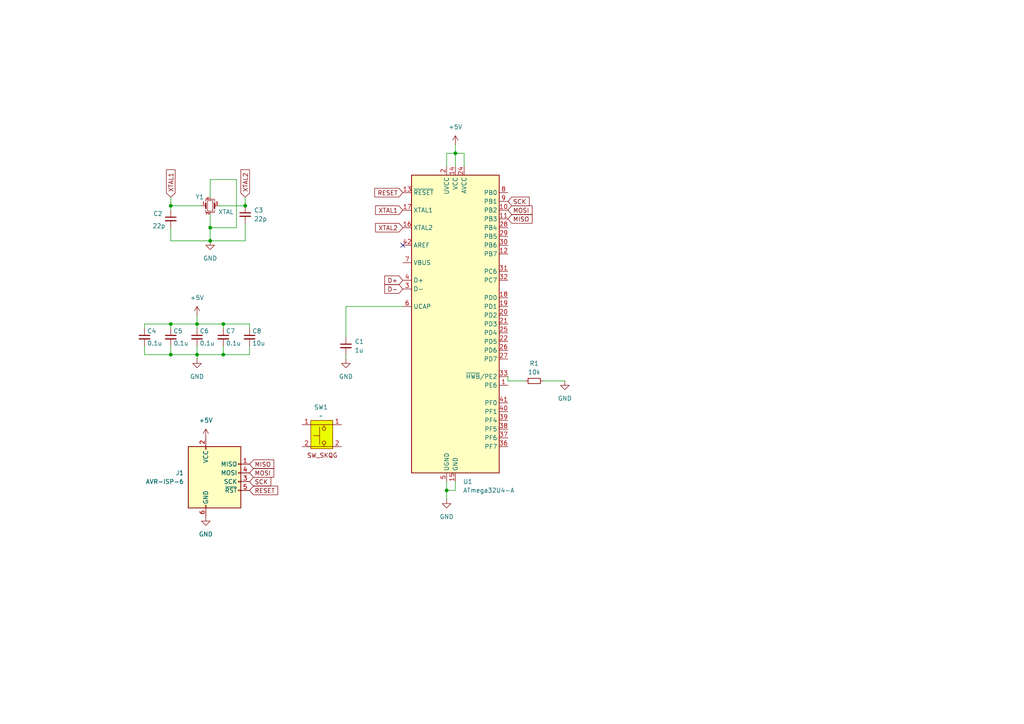
<source format=kicad_sch>
(kicad_sch (version 20231120) (generator "eeschema") (generator_version "8.0")
  (paper "A4")
  (lib_symbols
    (symbol "Connector:AVR-ISP-6" (pin_names (offset 1.016))
      (property "Reference" "J" (at -6.35 11.43 0))
      (property "Value" "AVR-ISP-6" (at 0 11.43 0))
      (symbol "AVR-ISP-6_0_1"
        (rectangle (start -2.667 -6.858) (end -2.413 -7.62))
        (rectangle (start -2.667 10.16) (end -2.413 9.398))
        (rectangle (start 7.62 -2.413) (end 6.858 -2.667))
        (rectangle (start 7.62 0.127) (end 6.858 -0.127))
        (rectangle (start 7.62 2.667) (end 6.858 2.413))
        (rectangle (start 7.62 5.207) (end 6.858 4.953))
        (rectangle (start 7.62 10.16) (end -7.62 -7.62) (stroke (width 0.254)) (fill (type background)))
      )
      (symbol "AVR-ISP-6_1_1"
        (pin passive line (at 10.16 5.08 180) (length 2.54) (name "MISO") (number "1"))
        (pin passive line (at -2.54 12.7 270) (length 2.54) (name "VCC") (number "2"))
        (pin passive line (at 10.16 0 180) (length 2.54) (name "SCK") (number "3"))
        (pin passive line (at 10.16 2.54 180) (length 2.54) (name "MOSI") (number "4"))
        (pin passive line (at 10.16 -2.54 180) (length 2.54) (name "~{RST}") (number "5"))
        (pin passive line (at -2.54 -10.16 90) (length 2.54) (name "GND") (number "6"))
      )
    )
    (symbol "Device:C_Small" (pin_numbers hide) (pin_names (offset 0.254) hide)
      (property "Reference" "C" (at 0.254 1.778 0))
      (property "Value" "C_Small" (at 0.254 -2.032 0))
      (symbol "C_Small_0_1"
        (polyline (pts (xy -1.524 -0.508) (xy 1.524 -0.508)) (stroke (width 0.3302)))
        (polyline (pts (xy -1.524 0.508) (xy 1.524 0.508)) (stroke (width 0.3048)))
      )
      (symbol "C_Small_1_1"
        (pin passive line (at 0 2.54 270) (length 2.032) (name "~") (number "1"))
        (pin passive line (at 0 -2.54 90) (length 2.032) (name "~") (number "2"))
      )
    )
    (symbol "Device:Crystal_GND24_Small" (pin_names (offset 1.016) hide)
      (property "Reference" "Y" (at 1.27 4.445 0))
      (property "Value" "Crystal_GND24_Small" (at 1.27 2.54 0))
      (symbol "Crystal_GND24_Small_0_1"
        (rectangle (start -0.762 -1.524) (end 0.762 1.524))
        (polyline (pts (xy -1.27 -0.762) (xy -1.27 0.762)) (stroke (width 0.381)))
        (polyline (pts (xy 1.27 -0.762) (xy 1.27 0.762)) (stroke (width 0.381)))
        (polyline (pts (xy -1.27 -1.27) (xy -1.27 -1.905) (xy 1.27 -1.905) (xy 1.27 -1.27)))
        (polyline (pts (xy -1.27 1.27) (xy -1.27 1.905) (xy 1.27 1.905) (xy 1.27 1.27)))
      )
      (symbol "Crystal_GND24_Small_1_1"
        (pin passive line (at -2.54 0 0) (length 1.27) (name "1") (number "1"))
        (pin passive line (at 0 -2.54 90) (length 0.635) (name "2") (number "2"))
        (pin passive line (at 2.54 0 180) (length 1.27) (name "3") (number "3"))
        (pin passive line (at 0 2.54 270) (length 0.635) (name "4") (number "4"))
      )
    )
    (symbol "Device:R_Small" (pin_numbers hide) (pin_names (offset 0.254) hide)
      (property "Reference" "R" (at 0.762 0.508 0))
      (property "Value" "R_Small" (at 0.762 -1.016 0))
      (symbol "R_Small_0_1"
        (rectangle (start -0.762 1.778) (end 0.762 -1.778) (stroke (width 0.2032)))
      )
      (symbol "R_Small_1_1"
        (pin passive line (at 0 2.54 270) (length 0.762) (name "~") (number "1"))
        (pin passive line (at 0 -2.54 90) (length 0.762) (name "~") (number "2"))
      )
    )
    (symbol "MCU_Microchip_ATmega:ATmega32U4-A"
      (property "Reference" "U" (at -12.7 44.45 0))
      (property "Value" "ATmega32U4-A" (at 2.54 -44.45 0))
      (symbol "ATmega32U4-A_0_1"
        (rectangle (start -12.7 -43.18) (end 12.7 43.18) (stroke (width 0.254)) (fill (type background)))
      )
      (symbol "ATmega32U4-A_1_1"
        (pin bidirectional line (at 15.24 -17.78 180) (length 2.54) (name "PE6") (number "1"))
        (pin bidirectional line (at 15.24 33.02 180) (length 2.54) (name "PB2") (number "10"))
        (pin bidirectional line (at 15.24 30.48 180) (length 2.54) (name "PB3") (number "11"))
        (pin bidirectional line (at 15.24 20.32 180) (length 2.54) (name "PB7") (number "12"))
        (pin input line (at -15.24 38.1 0) (length 2.54) (name "~{RESET}") (number "13"))
        (pin power_in line (at 0 45.72 270) (length 2.54) (name "VCC") (number "14"))
        (pin power_in line (at 0 -45.72 90) (length 2.54) (name "GND") (number "15"))
        (pin output line (at -15.24 27.94 0) (length 2.54) (name "XTAL2") (number "16"))
        (pin input line (at -15.24 33.02 0) (length 2.54) (name "XTAL1") (number "17"))
        (pin bidirectional line (at 15.24 7.62 180) (length 2.54) (name "PD0") (number "18"))
        (pin bidirectional line (at 15.24 5.08 180) (length 2.54) (name "PD1") (number "19"))
        (pin power_in line (at -2.54 45.72 270) (length 2.54) (name "UVCC") (number "2"))
        (pin bidirectional line (at 15.24 2.54 180) (length 2.54) (name "PD2") (number "20"))
        (pin bidirectional line (at 15.24 0 180) (length 2.54) (name "PD3") (number "21"))
        (pin bidirectional line (at 15.24 -5.08 180) (length 2.54) (name "PD5") (number "22"))
        (pin passive line (at 0 -45.72 90) (length 2.54) hide (name "GND") (number "23"))
        (pin power_in line (at 2.54 45.72 270) (length 2.54) (name "AVCC") (number "24"))
        (pin bidirectional line (at 15.24 -2.54 180) (length 2.54) (name "PD4") (number "25"))
        (pin bidirectional line (at 15.24 -7.62 180) (length 2.54) (name "PD6") (number "26"))
        (pin bidirectional line (at 15.24 -10.16 180) (length 2.54) (name "PD7") (number "27"))
        (pin bidirectional line (at 15.24 27.94 180) (length 2.54) (name "PB4") (number "28"))
        (pin bidirectional line (at 15.24 25.4 180) (length 2.54) (name "PB5") (number "29"))
        (pin bidirectional line (at -15.24 10.16 0) (length 2.54) (name "D-") (number "3"))
        (pin bidirectional line (at 15.24 22.86 180) (length 2.54) (name "PB6") (number "30"))
        (pin bidirectional line (at 15.24 15.24 180) (length 2.54) (name "PC6") (number "31"))
        (pin bidirectional line (at 15.24 12.7 180) (length 2.54) (name "PC7") (number "32"))
        (pin bidirectional line (at 15.24 -15.24 180) (length 2.54) (name "~{HWB}/PE2") (number "33"))
        (pin passive line (at 0 45.72 270) (length 2.54) hide (name "VCC") (number "34"))
        (pin passive line (at 0 -45.72 90) (length 2.54) hide (name "GND") (number "35"))
        (pin bidirectional line (at 15.24 -35.56 180) (length 2.54) (name "PF7") (number "36"))
        (pin bidirectional line (at 15.24 -33.02 180) (length 2.54) (name "PF6") (number "37"))
        (pin bidirectional line (at 15.24 -30.48 180) (length 2.54) (name "PF5") (number "38"))
        (pin bidirectional line (at 15.24 -27.94 180) (length 2.54) (name "PF4") (number "39"))
        (pin bidirectional line (at -15.24 12.7 0) (length 2.54) (name "D+") (number "4"))
        (pin bidirectional line (at 15.24 -25.4 180) (length 2.54) (name "PF1") (number "40"))
        (pin bidirectional line (at 15.24 -22.86 180) (length 2.54) (name "PF0") (number "41"))
        (pin passive line (at -15.24 22.86 0) (length 2.54) (name "AREF") (number "42"))
        (pin passive line (at 0 -45.72 90) (length 2.54) hide (name "GND") (number "43"))
        (pin passive line (at 2.54 45.72 270) (length 2.54) hide (name "AVCC") (number "44"))
        (pin passive line (at -2.54 -45.72 90) (length 2.54) (name "UGND") (number "5"))
        (pin passive line (at -15.24 5.08 0) (length 2.54) (name "UCAP") (number "6"))
        (pin input line (at -15.24 17.78 0) (length 2.54) (name "VBUS") (number "7"))
        (pin bidirectional line (at 15.24 38.1 180) (length 2.54) (name "PB0") (number "8"))
        (pin bidirectional line (at 15.24 35.56 180) (length 2.54) (name "PB1") (number "9"))
      )
    )
    (symbol "local:SW_SKQG"
      (property "Reference" "SW" (at 1.016 12.7 0))
      (symbol "SW_SKQG_0_1"
        (rectangle (start -4.445 10.16) (end -4.445 10.16))
        (rectangle (start -4.445 10.16) (end -4.445 10.16))
        (rectangle (start -4.445 10.16) (end -4.445 10.16))
        (rectangle (start -3.81 10.16) (end -3.175 10.16))
        (rectangle (start -3.175 10.16) (end -3.175 10.16))
        (polyline (pts (xy -3.81 3.81) (xy 1.27 3.81)))
        (polyline (pts (xy 0 5.08) (xy 0 5.08)))
        (polyline (pts (xy 0 6.985) (xy -1.778 6.985)))
        (polyline (pts (xy 0 9.525) (xy 0 4.445)))
        (polyline (pts (xy 1.27 10.16) (xy 3.81 10.16)))
        (polyline (pts (xy 1.27 4.445) (xy 1.27 3.81) (xy 4.445 3.81)))
        (polyline (pts (xy 1.27 9.525) (xy 1.27 10.16) (xy -3.81 10.16)))
        (circle (center 1.27 4.953) (radius 0.508))
        (circle (center 1.27 9.017) (radius 0.508))
      )
      (symbol "SW_SKQG_1_1"
        (rectangle (start -2.54 11.43) (end 3.81 3.175) (fill (type color) (color 235 255 0 1)))
        (text "SW_SKQG\n" (at 0.762 1.27 0) (effects (font (size 1.27 1.27))))
        (pin passive line (at -5.08 10.16 0) (length 2.54) (name "") (number "1"))
        (pin passive line (at 6.35 10.16 180) (length 2.54) (name "") (number "1"))
        (pin passive line (at -5.08 3.81 0) (length 2.54) (name "") (number "2"))
        (pin passive line (at 6.35 3.81 180) (length 2.54) (name "") (number "2"))
      )
    )
    (symbol "power:+5V" (power) (pin_numbers hide) (pin_names (offset 0) hide)
      (property "Value" "+5V" (at 0 3.556 0))
      (symbol "+5V_0_1"
        (polyline (pts (xy -0.762 1.27) (xy 0 2.54)))
        (polyline (pts (xy 0 0) (xy 0 2.54)))
        (polyline (pts (xy 0 2.54) (xy 0.762 1.27)))
      )
      (symbol "+5V_1_1"
        (pin power_in line (at 0 0 90) (length 0) (name "~") (number "1"))
      )
    )
    (symbol "power:GND" (power) (pin_numbers hide) (pin_names (offset 0) hide)
      (property "Value" "GND" (at 0 -3.81 0))
      (symbol "GND_0_1"
        (polyline (pts (xy 0 0) (xy 0 -1.27) (xy 1.27 -1.27) (xy 0 -2.54) (xy -1.27 -1.27) (xy 0 -1.27)))
      )
      (symbol "GND_1_1"
        (pin power_in line (at 0 0 270) (length 0) (name "~") (number "1"))
      )
    )
  )
  (junction (at 49.53 59.69))
  (junction (at 60.96 69.85))
  (junction (at 132.08 44.45))
  (junction (at 49.53 93.98))
  (junction (at 60.96 66.04))
  (junction (at 71.12 59.69))
  (junction (at 57.15 93.98))
  (junction (at 64.77 93.98))
  (junction (at 129.54 142.24))
  (junction (at 49.53 102.87))
  (junction (at 64.77 102.87))
  (junction (at 57.15 102.87))
  (no_connect (at 116.84 71.12))
  (wire (pts (xy 64.77 93.98) (xy 72.39 93.98)))
  (wire (pts (xy 134.62 44.45) (xy 132.08 44.45)))
  (wire (pts (xy 57.15 100.33) (xy 57.15 102.87)))
  (wire (pts (xy 157.48 110.49) (xy 163.83 110.49)))
  (wire (pts (xy 72.39 93.98) (xy 72.39 95.25)))
  (wire (pts (xy 100.33 88.9) (xy 100.33 97.79)))
  (wire (pts (xy 64.77 100.33) (xy 64.77 102.87)))
  (wire (pts (xy 132.08 44.45) (xy 132.08 41.91)))
  (wire (pts (xy 132.08 44.45) (xy 132.08 48.26)))
  (wire (pts (xy 57.15 102.87) (xy 57.15 104.14)))
  (wire (pts (xy 129.54 48.26) (xy 129.54 44.45)))
  (wire (pts (xy 64.77 93.98) (xy 64.77 95.25)))
  (wire (pts (xy 49.53 60.96) (xy 49.53 59.69)))
  (wire (pts (xy 57.15 93.98) (xy 64.77 93.98)))
  (wire (pts (xy 129.54 142.24) (xy 132.08 142.24)))
  (wire (pts (xy 72.39 102.87) (xy 72.39 100.33)))
  (wire (pts (xy 49.53 102.87) (xy 57.15 102.87)))
  (wire (pts (xy 60.96 66.04) (xy 60.96 62.23)))
  (wire (pts (xy 60.96 66.04) (xy 60.96 69.85)))
  (wire (pts (xy 129.54 139.7) (xy 129.54 142.24)))
  (wire (pts (xy 63.5 59.69) (xy 71.12 59.69)))
  (wire (pts (xy 41.91 100.33) (xy 41.91 102.87)))
  (wire (pts (xy 57.15 93.98) (xy 57.15 95.25)))
  (wire (pts (xy 41.91 102.87) (xy 49.53 102.87)))
  (wire (pts (xy 71.12 57.15) (xy 71.12 59.69)))
  (wire (pts (xy 49.53 59.69) (xy 58.42 59.69)))
  (wire (pts (xy 100.33 88.9) (xy 116.84 88.9)))
  (wire (pts (xy 152.4 110.49) (xy 147.32 110.49)))
  (wire (pts (xy 49.53 69.85) (xy 60.96 69.85)))
  (wire (pts (xy 60.96 57.15) (xy 60.96 52.07)))
  (wire (pts (xy 49.53 93.98) (xy 57.15 93.98)))
  (wire (pts (xy 129.54 44.45) (xy 132.08 44.45)))
  (wire (pts (xy 60.96 52.07) (xy 68.58 52.07)))
  (wire (pts (xy 132.08 139.7) (xy 132.08 142.24)))
  (wire (pts (xy 49.53 57.15) (xy 49.53 59.69)))
  (wire (pts (xy 147.32 110.49) (xy 147.32 109.22)))
  (wire (pts (xy 49.53 100.33) (xy 49.53 102.87)))
  (wire (pts (xy 100.33 102.87) (xy 100.33 104.14)))
  (wire (pts (xy 134.62 48.26) (xy 134.62 44.45)))
  (wire (pts (xy 64.77 102.87) (xy 72.39 102.87)))
  (wire (pts (xy 41.91 93.98) (xy 49.53 93.98)))
  (wire (pts (xy 68.58 66.04) (xy 60.96 66.04)))
  (wire (pts (xy 68.58 52.07) (xy 68.58 66.04)))
  (wire (pts (xy 49.53 93.98) (xy 49.53 95.25)))
  (wire (pts (xy 57.15 91.44) (xy 57.15 93.98)))
  (wire (pts (xy 129.54 142.24) (xy 129.54 144.78)))
  (wire (pts (xy 71.12 69.85) (xy 71.12 64.77)))
  (wire (pts (xy 41.91 95.25) (xy 41.91 93.98)))
  (wire (pts (xy 60.96 69.85) (xy 71.12 69.85)))
  (wire (pts (xy 57.15 102.87) (xy 64.77 102.87)))
  (wire (pts (xy 49.53 66.04) (xy 49.53 69.85)))
  (global_label "MOSI" (shape input) (at 147.32 60.96 0) (property "Intersheetrefs" "${INTERSHEET_REFS}" (effects (hide yes))))
  (global_label "XTAL2" (shape input) (at 71.12 57.15 90) (property "Intersheetrefs" "${INTERSHEET_REFS}" (effects (hide yes))))
  (global_label "SCK" (shape input) (at 147.32 58.42 0) (property "Intersheetrefs" "${INTERSHEET_REFS}" (effects (hide yes))))
  (global_label "RESET" (shape input) (at 72.39 142.24 0) (property "Intersheetrefs" "${INTERSHEET_REFS}" (effects (hide yes))))
  (global_label "XTAL1" (shape input) (at 49.53 57.15 90) (property "Intersheetrefs" "${INTERSHEET_REFS}" (effects (hide yes))))
  (global_label "SCK" (shape input) (at 72.39 139.7 0) (property "Intersheetrefs" "${INTERSHEET_REFS}" (effects (hide yes))))
  (global_label "MISO" (shape input) (at 72.39 134.62 0) (property "Intersheetrefs" "${INTERSHEET_REFS}" (effects (hide yes))))
  (global_label "D-" (shape input) (at 116.84 83.82 180) (property "Intersheetrefs" "${INTERSHEET_REFS}" (effects (hide yes))))
  (global_label "MOSI" (shape input) (at 72.39 137.16 0) (property "Intersheetrefs" "${INTERSHEET_REFS}" (effects (hide yes))))
  (global_label "RESET" (shape input) (at 116.84 55.88 180) (property "Intersheetrefs" "${INTERSHEET_REFS}" (effects (hide yes))))
  (global_label "D+" (shape input) (at 116.84 81.28 180) (property "Intersheetrefs" "${INTERSHEET_REFS}" (effects (hide yes))))
  (global_label "XTAL1" (shape input) (at 116.84 60.96 180) (property "Intersheetrefs" "${INTERSHEET_REFS}" (effects (hide yes))))
  (global_label "XTAL2" (shape input) (at 116.84 66.04 180) (property "Intersheetrefs" "${INTERSHEET_REFS}" (effects (hide yes))))
  (global_label "MISO" (shape input) (at 147.32 63.5 0) (property "Intersheetrefs" "${INTERSHEET_REFS}" (effects (hide yes))))
  (symbol (lib_id "Device:R_Small") (at 154.94 110.49 90) (unit 1)
    (property "Reference" "R1" (at 154.94 105.41 90))
    (property "Value" "10k" (at 154.94 107.95 90))
    (property "Description" "Resistor, small symbol" (effects (hide yes)))
  )
  (symbol (lib_id "power:GND") (at 129.54 144.78 0) (unit 1)
    (property "Reference" "#PWR02" (effects (hide yes)))
    (property "Value" "GND" (at 129.54 149.86 0))
    (property "Description" "Power symbol creates a global label with name \"GND\" , ground" (effects (hide yes)))
  )
  (symbol (lib_id "power:+5V") (at 132.08 41.91 0) (unit 1)
    (property "Reference" "#PWR01" (effects (hide yes)))
    (property "Value" "+5V" (at 132.08 36.83 0))
    (property "Description" "Power symbol creates a global label with name \"+5V\"" (effects (hide yes)))
  )
  (symbol (lib_id "Device:C_Small") (at 64.77 97.79 0) (unit 1)
    (property "Reference" "C7" (at 65.532 96.012 0) (effects (justify left)))
    (property "Value" "0.1u" (at 65.532 99.568 0) (effects (justify left)))
    (property "Description" "Unpolarized capacitor, small symbol" (effects (hide yes)))
  )
  (symbol (lib_id "Device:C_Small") (at 72.39 97.79 0) (unit 1)
    (property "Reference" "C8" (at 73.152 96.012 0) (effects (justify left)))
    (property "Value" "10u" (at 73.152 99.568 0) (effects (justify left)))
    (property "Description" "Unpolarized capacitor, small symbol" (effects (hide yes)))
  )
  (symbol (lib_id "local:SW_SKQG") (at 92.71 133.35 0) (unit 1)
    (property "Reference" "SW1" (at 93.1012 118.11 0))
    (property "Value" "~" (at 93.1012 120.65 0))
  )
  (symbol (lib_id "Device:Crystal_GND24_Small") (at 60.96 59.69 0) (unit 1)
    (property "Reference" "Y1" (at 57.912 57.15 0))
    (property "Value" "XTAL" (at 65.532 61.468 0))
    (property "Description" "Four pin crystal, GND on pins 2 and 4, small symbol" (effects (hide yes)))
  )
  (symbol (lib_id "Device:C_Small") (at 41.91 97.79 0) (unit 1)
    (property "Reference" "C4" (at 42.672 96.012 0) (effects (justify left)))
    (property "Value" "0.1u" (at 42.672 99.568 0) (effects (justify left)))
    (property "Description" "Unpolarized capacitor, small symbol" (effects (hide yes)))
  )
  (symbol (lib_id "power:+5V") (at 57.15 91.44 0) (unit 1)
    (property "Reference" "#PWR07" (effects (hide yes)))
    (property "Value" "+5V" (at 57.15 86.36 0))
    (property "Description" "Power symbol creates a global label with name \"+5V\"" (effects (hide yes)))
  )
  (symbol (lib_id "power:GND") (at 57.15 104.14 0) (unit 1)
    (property "Reference" "#PWR06" (effects (hide yes)))
    (property "Value" "GND" (at 57.15 109.22 0))
    (property "Description" "Power symbol creates a global label with name \"GND\" , ground" (effects (hide yes)))
  )
  (symbol (lib_id "Connector:AVR-ISP-6") (at 62.23 139.7 0) (unit 1)
    (property "Reference" "J1" (at 53.34 137.1599 0) (effects (justify right)))
    (property "Value" "AVR-ISP-6" (at 53.34 139.6999 0) (effects (justify right)))
    (property "Description" "Atmel 6-pin ISP connector" (effects (hide yes)))
  )
  (symbol (lib_id "Device:C_Small") (at 57.15 97.79 0) (unit 1)
    (property "Reference" "C6" (at 57.912 96.012 0) (effects (justify left)))
    (property "Value" "0.1u" (at 57.912 99.568 0) (effects (justify left)))
    (property "Description" "Unpolarized capacitor, small symbol" (effects (hide yes)))
  )
  (symbol (lib_id "power:GND") (at 60.96 69.85 0) (unit 1)
    (property "Reference" "#PWR05" (effects (hide yes)))
    (property "Value" "GND" (at 60.96 74.93 0))
    (property "Description" "Power symbol creates a global label with name \"GND\" , ground" (effects (hide yes)))
  )
  (symbol (lib_id "power:+5V") (at 59.69 127 0) (unit 1)
    (property "Reference" "#PWR09" (effects (hide yes)))
    (property "Value" "+5V" (at 59.69 121.92 0))
    (property "Description" "Power symbol creates a global label with name \"+5V\"" (effects (hide yes)))
  )
  (symbol (lib_id "Device:C_Small") (at 49.53 63.5 0) (unit 1)
    (property "Reference" "C2" (at 44.45 61.976 0) (effects (justify left)))
    (property "Value" "22p" (at 44.196 65.532 0) (effects (justify left)))
    (property "Description" "Unpolarized capacitor, small symbol" (effects (hide yes)))
  )
  (symbol (lib_id "Device:C_Small") (at 71.12 62.23 0) (unit 1)
    (property "Reference" "C3" (at 73.66 60.9662 0) (effects (justify left)))
    (property "Value" "22p" (at 73.66 63.5062 0) (effects (justify left)))
    (property "Description" "Unpolarized capacitor, small symbol" (effects (hide yes)))
  )
  (symbol (lib_id "MCU_Microchip_ATmega:ATmega32U4-A") (at 132.08 93.98 0) (unit 1)
    (property "Reference" "U1" (at 134.2741 139.7 0) (effects (justify left)))
    (property "Value" "ATmega32U4-A" (at 134.2741 142.24 0) (effects (justify left)))
    (property "Footprint" "Package_QFP:TQFP-44_10x10mm_P0.8mm" (effects (hide yes)))
    (property "Datasheet" "http://ww1.microchip.com/downloads/en/DeviceDoc/Atmel-7766-8-bit-AVR-ATmega16U4-32U4_Datasheet.pdf" (effects (hide yes)))
    (property "Description" "16MHz, 32kB Flash, 2.5kB SRAM, 1kB EEPROM, USB 2.0, TQFP-44" (effects (hide yes)))
  )
  (symbol (lib_id "power:GND") (at 163.83 110.49 0) (unit 1)
    (property "Reference" "#PWR03" (effects (hide yes)))
    (property "Value" "GND" (at 163.83 115.57 0))
    (property "Description" "Power symbol creates a global label with name \"GND\" , ground" (effects (hide yes)))
  )
  (symbol (lib_id "power:GND") (at 59.69 149.86 0) (unit 1)
    (property "Reference" "#PWR08" (effects (hide yes)))
    (property "Value" "GND" (at 59.69 154.94 0))
    (property "Description" "Power symbol creates a global label with name \"GND\" , ground" (effects (hide yes)))
  )
  (symbol (lib_id "Device:C_Small") (at 49.53 97.79 0) (unit 1)
    (property "Reference" "C5" (at 50.292 96.012 0) (effects (justify left)))
    (property "Value" "0.1u" (at 50.292 99.568 0) (effects (justify left)))
    (property "Description" "Unpolarized capacitor, small symbol" (effects (hide yes)))
  )
  (symbol (lib_id "Device:C_Small") (at 100.33 100.33 0) (unit 1)
    (property "Reference" "C1" (at 102.87 99.0662 0) (effects (justify left)))
    (property "Value" "1u" (at 102.87 101.6062 0) (effects (justify left)))
    (property "Description" "Unpolarized capacitor, small symbol" (effects (hide yes)))
  )
  (symbol (lib_id "power:GND") (at 100.33 104.14 0) (unit 1)
    (property "Reference" "#PWR04" (effects (hide yes)))
    (property "Value" "GND" (at 100.33 109.22 0))
    (property "Description" "Power symbol creates a global label with name \"GND\" , ground" (effects (hide yes)))
  )
)
</source>
